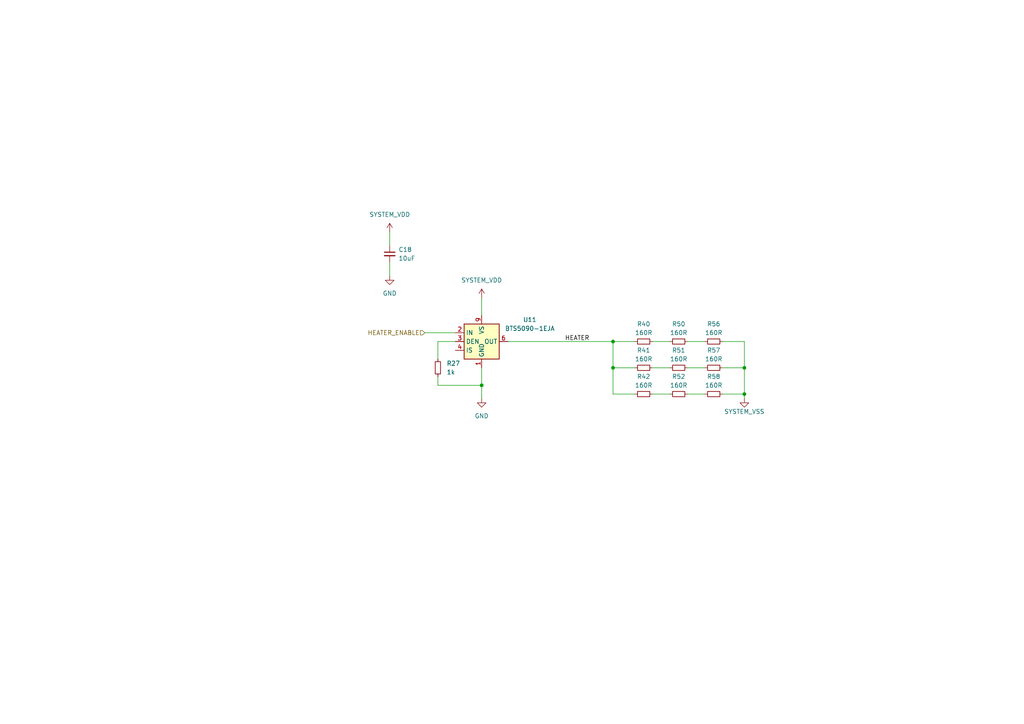
<source format=kicad_sch>
(kicad_sch (version 20231120) (generator "eeschema") (generator_version "8.0")
  (paper "A4")
  (lib_symbols
    (symbol "Device:C_Small" (pin_numbers hide) (pin_names (offset 0.254) hide)
      (property "Reference" "C" (at 0.254 1.778 0))
      (property "Value" "C_Small" (at 0.254 -2.032 0))
      (symbol "C_Small_0_1"
        (polyline (pts (xy -1.524 -0.508) (xy 1.524 -0.508)) (stroke (width 0.3302)))
        (polyline (pts (xy -1.524 0.508) (xy 1.524 0.508)) (stroke (width 0.3048)))
      )
      (symbol "C_Small_1_1"
        (pin passive line (at 0 2.54 270) (length 2.032) (name "~") (number "1"))
        (pin passive line (at 0 -2.54 90) (length 2.032) (name "~") (number "2"))
      )
    )
    (symbol "Device:R_Small" (pin_numbers hide) (pin_names (offset 0.254) hide)
      (property "Reference" "R" (at 0.762 0.508 0))
      (property "Value" "R_Small" (at 0.762 -1.016 0))
      (symbol "R_Small_0_1"
        (rectangle (start -0.762 1.778) (end 0.762 -1.778) (stroke (width 0.2032)))
      )
      (symbol "R_Small_1_1"
        (pin passive line (at 0 2.54 270) (length 0.762) (name "~") (number "1"))
        (pin passive line (at 0 -2.54 90) (length 0.762) (name "~") (number "2"))
      )
    )
    (symbol "Power_Management:BTS5090-1EJA"
      (property "Reference" "U" (at -5.08 6.35 0))
      (property "Value" "BTS5090-1EJA" (at 8.89 6.35 0))
      (symbol "BTS5090-1EJA_0_1"
        (rectangle (start -5.08 5.08) (end 5.08 -5.08) (stroke (width 0.254)) (fill (type background)))
      )
      (symbol "BTS5090-1EJA_1_1"
        (pin power_in line (at 0 -7.62 90) (length 2.54) (name "GND") (number "1"))
        (pin input line (at -7.62 2.54 0) (length 2.54) (name "IN") (number "2"))
        (pin input line (at -7.62 0 0) (length 2.54) (name "DEN") (number "3"))
        (pin output line (at -7.62 -2.54 0) (length 2.54) (name "IS") (number "4"))
        (pin no_connect line (at 5.08 2.54 180) (length 2.54) hide (name "NC") (number "5"))
        (pin power_out line (at 7.62 0 180) (length 2.54) (name "OUT") (number "6"))
        (pin passive line (at 7.62 0 180) (length 2.54) hide (name "OUT") (number "7"))
        (pin passive line (at 7.62 0 180) (length 2.54) hide (name "OUT") (number "8"))
        (pin power_in line (at 0 7.62 270) (length 2.54) (name "VS") (number "9"))
      )
    )
    (symbol "power:+1V0" (power) (pin_numbers hide) (pin_names (offset 0) hide)
      (property "Value" "+1V0" (at 0 3.556 0))
      (symbol "+1V0_0_1"
        (polyline (pts (xy -0.762 1.27) (xy 0 2.54)))
        (polyline (pts (xy 0 0) (xy 0 2.54)))
        (polyline (pts (xy 0 2.54) (xy 0.762 1.27)))
      )
      (symbol "+1V0_1_1"
        (pin power_in line (at 0 0 90) (length 0) (name "~") (number "1"))
      )
    )
    (symbol "power:GND" (power) (pin_numbers hide) (pin_names (offset 0) hide)
      (property "Value" "GND" (at 0 -3.81 0))
      (symbol "GND_0_1"
        (polyline (pts (xy 0 0) (xy 0 -1.27) (xy 1.27 -1.27) (xy 0 -2.54) (xy -1.27 -1.27) (xy 0 -1.27)))
      )
      (symbol "GND_1_1"
        (pin power_in line (at 0 0 270) (length 0) (name "~") (number "1"))
      )
    )
  )
  (junction (at 139.7 111.76))
  (junction (at 177.8 99.06))
  (junction (at 215.9 114.3))
  (junction (at 177.8 106.68))
  (junction (at 215.9 106.68))
  (wire (pts (xy 199.39 114.3) (xy 204.47 114.3)))
  (wire (pts (xy 215.9 114.3) (xy 215.9 115.57)))
  (wire (pts (xy 199.39 99.06) (xy 204.47 99.06)))
  (wire (pts (xy 189.23 106.68) (xy 194.31 106.68)))
  (wire (pts (xy 139.7 111.76) (xy 139.7 106.68)))
  (wire (pts (xy 132.08 99.06) (xy 127 99.06)))
  (wire (pts (xy 127 109.22) (xy 127 111.76)))
  (wire (pts (xy 215.9 99.06) (xy 215.9 106.68)))
  (wire (pts (xy 123.19 96.52) (xy 132.08 96.52)))
  (wire (pts (xy 147.32 99.06) (xy 177.8 99.06)))
  (wire (pts (xy 199.39 106.68) (xy 204.47 106.68)))
  (wire (pts (xy 209.55 99.06) (xy 215.9 99.06)))
  (wire (pts (xy 139.7 111.76) (xy 139.7 115.57)))
  (wire (pts (xy 113.03 67.31) (xy 113.03 71.12)))
  (wire (pts (xy 189.23 99.06) (xy 194.31 99.06)))
  (wire (pts (xy 177.8 114.3) (xy 177.8 106.68)))
  (wire (pts (xy 127 99.06) (xy 127 104.14)))
  (wire (pts (xy 209.55 106.68) (xy 215.9 106.68)))
  (wire (pts (xy 177.8 99.06) (xy 184.15 99.06)))
  (wire (pts (xy 113.03 76.2) (xy 113.03 80.01)))
  (wire (pts (xy 177.8 106.68) (xy 177.8 99.06)))
  (wire (pts (xy 139.7 86.36) (xy 139.7 91.44)))
  (wire (pts (xy 177.8 106.68) (xy 184.15 106.68)))
  (wire (pts (xy 184.15 114.3) (xy 177.8 114.3)))
  (wire (pts (xy 127 111.76) (xy 139.7 111.76)))
  (wire (pts (xy 189.23 114.3) (xy 194.31 114.3)))
  (wire (pts (xy 209.55 114.3) (xy 215.9 114.3)))
  (wire (pts (xy 215.9 106.68) (xy 215.9 114.3)))
  (label "HEATER" (at 163.83 99.06 0))
  (hierarchical_label "HEATER_ENABLE" (shape input) (at 123.19 96.52 180))
  (symbol (lib_id "Device:R_Small") (at 207.01 106.68 90) (unit 1)
    (property "Reference" "R57" (at 207.01 101.6 90))
    (property "Value" "160R" (at 207.01 104.14 90))
    (property "Footprint" "Resistor_SMD:R_2010_5025Metric" (effects (hide yes)))
    (property "Description" "Resistor, small symbol" (effects (hide yes)))
    (instances (project "BatteryBoard" (path "" (reference "R57") (unit 1)) (path "" (reference "R60") (unit 1))))
  )
  (symbol (lib_id "Device:R_Small") (at 186.69 114.3 90) (unit 1)
    (property "Reference" "R42" (at 186.69 109.22 90))
    (property "Value" "160R" (at 186.69 111.76 90))
    (property "Footprint" "Resistor_SMD:R_2010_5025Metric" (effects (hide yes)))
    (property "Description" "Resistor, small symbol" (effects (hide yes)))
    (instances (project "BatteryBoard" (path "" (reference "R42") (unit 1)) (path "" (reference "R45") (unit 1))))
  )
  (symbol (lib_id "power:+1V0") (at 113.03 67.31 0) (unit 1)
    (property "Reference" "#PWR039" (effects (hide yes)))
    (property "Value" "SYSTEM_VDD" (at 113.03 62.23 0))
    (property "Description" "Power symbol creates a global label with name \"+1V0\"" (effects (hide yes)))
    (instances (project "BatteryBoard" (path "" (reference "#PWR039") (unit 1)) (path "" (reference "#PWR040") (unit 1))))
  )
  (symbol (lib_id "power:+1V0") (at 139.7 86.36 0) (unit 1)
    (property "Reference" "#PWR0101" (effects (hide yes)))
    (property "Value" "SYSTEM_VDD" (at 139.7 81.28 0))
    (property "Description" "Power symbol creates a global label with name \"+1V0\"" (effects (hide yes)))
    (instances (project "BatteryBoard" (path "" (reference "#PWR0101") (unit 1)) (path "" (reference "#PWR026") (unit 1))))
  )
  (symbol (lib_id "Device:R_Small") (at 196.85 114.3 90) (unit 1)
    (property "Reference" "R52" (at 196.85 109.22 90))
    (property "Value" "160R" (at 196.85 111.76 90))
    (property "Footprint" "Resistor_SMD:R_2010_5025Metric" (effects (hide yes)))
    (property "Description" "Resistor, small symbol" (effects (hide yes)))
    (instances (project "BatteryBoard" (path "" (reference "R52") (unit 1)) (path "" (reference "R55") (unit 1))))
  )
  (symbol (lib_id "Power_Management:BTS5090-1EJA") (at 139.7 99.06 0) (unit 1)
    (property "Reference" "U11" (at 153.67 92.7414 0))
    (property "Value" "BTS5090-1EJA" (at 153.67 95.2814 0))
    (property "Footprint" "Package_SO:Infineon_PG-DSO-8-43" (effects (hide yes)))
    (property "Datasheet" "http://www.infineon.com/dgdl/Infineon-BTS5090-1EJA-DS-v02_02-EN.pdf?fileId=5546d4625a888733015aa410fc371059" (effects (hide yes)))
    (property "Description" "Smart High-Side Power Switch, PROFET, Single, 90mOhm, 3A, 28V, DSO-8" (effects (hide yes)))
    (instances (project "BatteryBoard" (path "" (reference "U11") (unit 1)) (path "" (reference "U10") (unit 1))))
  )
  (symbol (lib_id "Device:R_Small") (at 196.85 99.06 90) (unit 1)
    (property "Reference" "R50" (at 196.85 93.98 90))
    (property "Value" "160R" (at 196.85 96.52 90))
    (property "Footprint" "Resistor_SMD:R_2010_5025Metric" (effects (hide yes)))
    (property "Description" "Resistor, small symbol" (effects (hide yes)))
    (instances (project "BatteryBoard" (path "" (reference "R50") (unit 1)) (path "" (reference "R53") (unit 1))))
  )
  (symbol (lib_id "Device:R_Small") (at 207.01 99.06 90) (unit 1)
    (property "Reference" "R56" (at 207.01 93.98 90))
    (property "Value" "160R" (at 207.01 96.52 90))
    (property "Footprint" "Resistor_SMD:R_2010_5025Metric" (effects (hide yes)))
    (property "Description" "Resistor, small symbol" (effects (hide yes)))
    (instances (project "BatteryBoard" (path "" (reference "R56") (unit 1)) (path "" (reference "R59") (unit 1))))
  )
  (symbol (lib_id "Device:C_Small") (at 113.03 73.66 0) (unit 1)
    (property "Reference" "C18" (at 115.57 72.3962 0) (effects (justify left)))
    (property "Value" "10uF" (at 115.57 74.9362 0) (effects (justify left)))
    (property "Footprint" "Capacitor_SMD:C_0805_2012Metric" (effects (hide yes)))
    (property "Description" "Unpolarized capacitor, small symbol" (effects (hide yes)))
    (instances (project "" (path "" (reference "C18") (unit 1)) (path "" (reference "C19") (unit 1))))
  )
  (symbol (lib_id "power:GND") (at 113.03 80.01 0) (unit 1)
    (property "Reference" "#PWR041" (effects (hide yes)))
    (property "Value" "GND" (at 113.03 85.09 0))
    (property "Description" "Power symbol creates a global label with name \"GND\" , ground" (effects (hide yes)))
    (instances (project "BatteryBoard" (path "" (reference "#PWR041") (unit 1)) (path "" (reference "#PWR042") (unit 1))))
  )
  (symbol (lib_id "power:GND") (at 139.7 115.57 0) (unit 1)
    (property "Reference" "#PWR012" (effects (hide yes)))
    (property "Value" "GND" (at 139.7 120.65 0))
    (property "Description" "Power symbol creates a global label with name \"GND\" , ground" (effects (hide yes)))
    (instances (project "BatteryBoard" (path "" (reference "#PWR012") (unit 1)) (path "" (reference "#PWR014") (unit 1))))
  )
  (symbol (lib_id "Device:R_Small") (at 127 106.68 0) (unit 1)
    (property "Reference" "R27" (at 129.54 105.4099 0) (effects (justify left)))
    (property "Value" "1k" (at 129.54 107.9499 0) (effects (justify left)))
    (property "Footprint" "Resistor_SMD:R_0603_1608Metric" (effects (hide yes)))
    (property "Description" "Resistor, small symbol" (effects (hide yes)))
    (instances (project "BatteryBoard" (path "" (reference "R27") (unit 1)) (path "" (reference "R26") (unit 1))))
  )
  (symbol (lib_id "Device:R_Small") (at 207.01 114.3 90) (unit 1)
    (property "Reference" "R58" (at 207.01 109.22 90))
    (property "Value" "160R" (at 207.01 111.76 90))
    (property "Footprint" "Resistor_SMD:R_2010_5025Metric" (effects (hide yes)))
    (property "Description" "Resistor, small symbol" (effects (hide yes)))
    (instances (project "BatteryBoard" (path "" (reference "R58") (unit 1)) (path "" (reference "R61") (unit 1))))
  )
  (symbol (lib_id "Device:R_Small") (at 196.85 106.68 90) (unit 1)
    (property "Reference" "R51" (at 196.85 101.6 90))
    (property "Value" "160R" (at 196.85 104.14 90))
    (property "Footprint" "Resistor_SMD:R_2010_5025Metric" (effects (hide yes)))
    (property "Description" "Resistor, small symbol" (effects (hide yes)))
    (instances (project "BatteryBoard" (path "" (reference "R51") (unit 1)) (path "" (reference "R54") (unit 1))))
  )
  (symbol (lib_id "Device:R_Small") (at 186.69 99.06 90) (unit 1)
    (property "Reference" "R40" (at 186.69 93.98 90))
    (property "Value" "160R" (at 186.69 96.52 90))
    (property "Footprint" "Resistor_SMD:R_2010_5025Metric" (effects (hide yes)))
    (property "Description" "Resistor, small symbol" (effects (hide yes)))
    (instances (project "BatteryBoard" (path "" (reference "R40") (unit 1)) (path "" (reference "R43") (unit 1))))
  )
  (symbol (lib_id "Device:R_Small") (at 186.69 106.68 90) (unit 1)
    (property "Reference" "R41" (at 186.69 101.6 90))
    (property "Value" "160R" (at 186.69 104.14 90))
    (property "Footprint" "Resistor_SMD:R_2010_5025Metric" (effects (hide yes)))
    (property "Description" "Resistor, small symbol" (effects (hide yes)))
    (instances (project "BatteryBoard" (path "" (reference "R41") (unit 1)) (path "" (reference "R44") (unit 1))))
  )
  (symbol (lib_id "power:GND") (at 215.9 115.57 0) (unit 1)
    (property "Reference" "#PWR025" (effects (hide yes)))
    (property "Value" "SYSTEM_VSS" (at 215.9 119.38 0))
    (property "Description" "Power symbol creates a global label with name \"GND\" , ground" (effects (hide yes)))
    (instances (project "BatteryBoard" (path "" (reference "#PWR025") (unit 1)) (path "" (reference "#PWR028") (unit 1))))
  )
)
</source>
